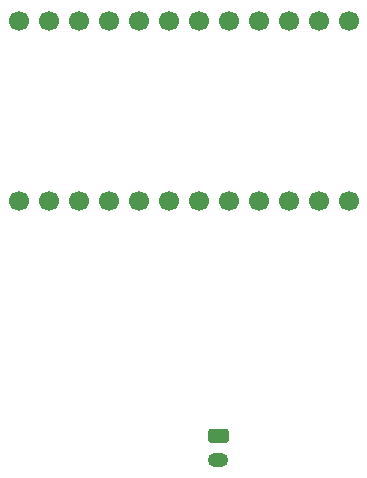
<source format=gtl>
G04 #@! TF.GenerationSoftware,KiCad,Pcbnew,8.0.6+1*
G04 #@! TF.CreationDate,2024-11-11T16:02:19+00:00*
G04 #@! TF.ProjectId,not_about_money,6e6f745f-6162-46f7-9574-5f6d6f6e6579,v1.0.0*
G04 #@! TF.SameCoordinates,Original*
G04 #@! TF.FileFunction,Copper,L1,Top*
G04 #@! TF.FilePolarity,Positive*
%FSLAX46Y46*%
G04 Gerber Fmt 4.6, Leading zero omitted, Abs format (unit mm)*
G04 Created by KiCad (PCBNEW 8.0.6+1) date 2024-11-11 16:02:19*
%MOMM*%
%LPD*%
G01*
G04 APERTURE LIST*
G04 #@! TA.AperFunction,ComponentPad*
%ADD10C,1.700000*%
G04 #@! TD*
G04 #@! TA.AperFunction,ComponentPad*
%ADD11O,1.750000X1.200000*%
G04 #@! TD*
G04 APERTURE END LIST*
D10*
X92600000Y-49620000D03*
X92600000Y-34380000D03*
X95140000Y-49620000D03*
X95140000Y-34380000D03*
X97680000Y-49620000D03*
X97680000Y-34380000D03*
X100220000Y-49620000D03*
X100220000Y-34380000D03*
X102760000Y-49620000D03*
X102760000Y-34380000D03*
X105300000Y-49620000D03*
X105300000Y-34380000D03*
X107840000Y-49620000D03*
X107840000Y-34380000D03*
X110380000Y-49620000D03*
X110380000Y-34380000D03*
X112920000Y-49620000D03*
X112920000Y-34380000D03*
X115460000Y-49620000D03*
X115460000Y-34380000D03*
X118000000Y-49620000D03*
X118000000Y-34380000D03*
X120540000Y-49620000D03*
X120540000Y-34380000D03*
G04 #@! TA.AperFunction,ComponentPad*
G36*
G01*
X110135000Y-70100000D02*
X108865000Y-70100000D01*
G75*
G02*
X108625000Y-69860000I0J240000D01*
G01*
X108625000Y-69140000D01*
G75*
G02*
X108865000Y-68900000I240000J0D01*
G01*
X110135000Y-68900000D01*
G75*
G02*
X110375000Y-69140000I0J-240000D01*
G01*
X110375000Y-69860000D01*
G75*
G02*
X110135000Y-70100000I-240000J0D01*
G01*
G37*
G04 #@! TD.AperFunction*
D11*
X109500000Y-71500000D03*
M02*

</source>
